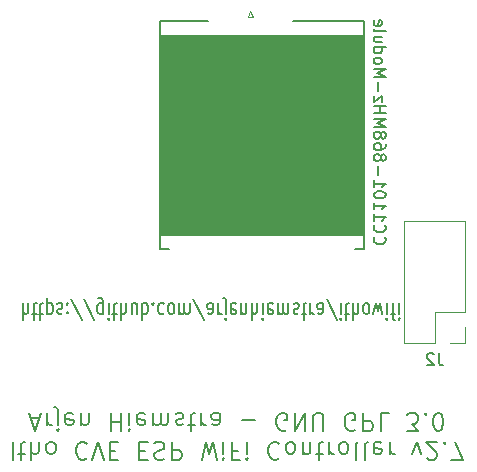
<source format=gbo>
G04 #@! TF.GenerationSoftware,KiCad,Pcbnew,(5.1.9-0-10_14)*
G04 #@! TF.CreationDate,2021-06-21T08:57:09+02:00*
G04 #@! TF.ProjectId,ithowifi_4l,6974686f-7769-4666-995f-346c2e6b6963,rev?*
G04 #@! TF.SameCoordinates,Original*
G04 #@! TF.FileFunction,Legend,Bot*
G04 #@! TF.FilePolarity,Positive*
%FSLAX46Y46*%
G04 Gerber Fmt 4.6, Leading zero omitted, Abs format (unit mm)*
G04 Created by KiCad (PCBNEW (5.1.9-0-10_14)) date 2021-06-21 08:57:09*
%MOMM*%
%LPD*%
G01*
G04 APERTURE LIST*
%ADD10C,0.100000*%
%ADD11C,0.200000*%
%ADD12C,0.150000*%
%ADD13C,0.120000*%
G04 APERTURE END LIST*
D10*
G36*
X114808000Y-129997200D02*
G01*
X97561400Y-129997200D01*
X97536000Y-113030000D01*
X114808000Y-113030000D01*
X114808000Y-129997200D01*
G37*
X114808000Y-129997200D02*
X97561400Y-129997200D01*
X97536000Y-113030000D01*
X114808000Y-113030000D01*
X114808000Y-129997200D01*
D11*
X85925428Y-135764666D02*
X85925428Y-137164666D01*
X86354000Y-135764666D02*
X86354000Y-136498000D01*
X86306380Y-136631333D01*
X86211142Y-136698000D01*
X86068285Y-136698000D01*
X85973047Y-136631333D01*
X85925428Y-136564666D01*
X86687333Y-136698000D02*
X87068285Y-136698000D01*
X86830190Y-137164666D02*
X86830190Y-135964666D01*
X86877809Y-135831333D01*
X86973047Y-135764666D01*
X87068285Y-135764666D01*
X87258761Y-136698000D02*
X87639714Y-136698000D01*
X87401619Y-137164666D02*
X87401619Y-135964666D01*
X87449238Y-135831333D01*
X87544476Y-135764666D01*
X87639714Y-135764666D01*
X87973047Y-136698000D02*
X87973047Y-135298000D01*
X87973047Y-136631333D02*
X88068285Y-136698000D01*
X88258761Y-136698000D01*
X88354000Y-136631333D01*
X88401619Y-136564666D01*
X88449238Y-136431333D01*
X88449238Y-136031333D01*
X88401619Y-135898000D01*
X88354000Y-135831333D01*
X88258761Y-135764666D01*
X88068285Y-135764666D01*
X87973047Y-135831333D01*
X88830190Y-135831333D02*
X88925428Y-135764666D01*
X89115904Y-135764666D01*
X89211142Y-135831333D01*
X89258761Y-135964666D01*
X89258761Y-136031333D01*
X89211142Y-136164666D01*
X89115904Y-136231333D01*
X88973047Y-136231333D01*
X88877809Y-136298000D01*
X88830190Y-136431333D01*
X88830190Y-136498000D01*
X88877809Y-136631333D01*
X88973047Y-136698000D01*
X89115904Y-136698000D01*
X89211142Y-136631333D01*
X89687333Y-135898000D02*
X89734952Y-135831333D01*
X89687333Y-135764666D01*
X89639714Y-135831333D01*
X89687333Y-135898000D01*
X89687333Y-135764666D01*
X89687333Y-136631333D02*
X89734952Y-136564666D01*
X89687333Y-136498000D01*
X89639714Y-136564666D01*
X89687333Y-136631333D01*
X89687333Y-136498000D01*
X90877809Y-137231333D02*
X90020666Y-135431333D01*
X91925428Y-137231333D02*
X91068285Y-135431333D01*
X92687333Y-136698000D02*
X92687333Y-135564666D01*
X92639714Y-135431333D01*
X92592095Y-135364666D01*
X92496857Y-135298000D01*
X92354000Y-135298000D01*
X92258761Y-135364666D01*
X92687333Y-135831333D02*
X92592095Y-135764666D01*
X92401619Y-135764666D01*
X92306380Y-135831333D01*
X92258761Y-135898000D01*
X92211142Y-136031333D01*
X92211142Y-136431333D01*
X92258761Y-136564666D01*
X92306380Y-136631333D01*
X92401619Y-136698000D01*
X92592095Y-136698000D01*
X92687333Y-136631333D01*
X93163523Y-135764666D02*
X93163523Y-136698000D01*
X93163523Y-137164666D02*
X93115904Y-137098000D01*
X93163523Y-137031333D01*
X93211142Y-137098000D01*
X93163523Y-137164666D01*
X93163523Y-137031333D01*
X93496857Y-136698000D02*
X93877809Y-136698000D01*
X93639714Y-137164666D02*
X93639714Y-135964666D01*
X93687333Y-135831333D01*
X93782571Y-135764666D01*
X93877809Y-135764666D01*
X94211142Y-135764666D02*
X94211142Y-137164666D01*
X94639714Y-135764666D02*
X94639714Y-136498000D01*
X94592095Y-136631333D01*
X94496857Y-136698000D01*
X94354000Y-136698000D01*
X94258761Y-136631333D01*
X94211142Y-136564666D01*
X95544476Y-136698000D02*
X95544476Y-135764666D01*
X95115904Y-136698000D02*
X95115904Y-135964666D01*
X95163523Y-135831333D01*
X95258761Y-135764666D01*
X95401619Y-135764666D01*
X95496857Y-135831333D01*
X95544476Y-135898000D01*
X96020666Y-135764666D02*
X96020666Y-137164666D01*
X96020666Y-136631333D02*
X96115904Y-136698000D01*
X96306380Y-136698000D01*
X96401619Y-136631333D01*
X96449238Y-136564666D01*
X96496857Y-136431333D01*
X96496857Y-136031333D01*
X96449238Y-135898000D01*
X96401619Y-135831333D01*
X96306380Y-135764666D01*
X96115904Y-135764666D01*
X96020666Y-135831333D01*
X96925428Y-135898000D02*
X96973047Y-135831333D01*
X96925428Y-135764666D01*
X96877809Y-135831333D01*
X96925428Y-135898000D01*
X96925428Y-135764666D01*
X97830190Y-135831333D02*
X97734952Y-135764666D01*
X97544476Y-135764666D01*
X97449238Y-135831333D01*
X97401619Y-135898000D01*
X97354000Y-136031333D01*
X97354000Y-136431333D01*
X97401619Y-136564666D01*
X97449238Y-136631333D01*
X97544476Y-136698000D01*
X97734952Y-136698000D01*
X97830190Y-136631333D01*
X98401619Y-135764666D02*
X98306380Y-135831333D01*
X98258761Y-135898000D01*
X98211142Y-136031333D01*
X98211142Y-136431333D01*
X98258761Y-136564666D01*
X98306380Y-136631333D01*
X98401619Y-136698000D01*
X98544476Y-136698000D01*
X98639714Y-136631333D01*
X98687333Y-136564666D01*
X98734952Y-136431333D01*
X98734952Y-136031333D01*
X98687333Y-135898000D01*
X98639714Y-135831333D01*
X98544476Y-135764666D01*
X98401619Y-135764666D01*
X99163523Y-135764666D02*
X99163523Y-136698000D01*
X99163523Y-136564666D02*
X99211142Y-136631333D01*
X99306380Y-136698000D01*
X99449238Y-136698000D01*
X99544476Y-136631333D01*
X99592095Y-136498000D01*
X99592095Y-135764666D01*
X99592095Y-136498000D02*
X99639714Y-136631333D01*
X99734952Y-136698000D01*
X99877809Y-136698000D01*
X99973047Y-136631333D01*
X100020666Y-136498000D01*
X100020666Y-135764666D01*
X101211142Y-137231333D02*
X100354000Y-135431333D01*
X101973047Y-135764666D02*
X101973047Y-136498000D01*
X101925428Y-136631333D01*
X101830190Y-136698000D01*
X101639714Y-136698000D01*
X101544476Y-136631333D01*
X101973047Y-135831333D02*
X101877809Y-135764666D01*
X101639714Y-135764666D01*
X101544476Y-135831333D01*
X101496857Y-135964666D01*
X101496857Y-136098000D01*
X101544476Y-136231333D01*
X101639714Y-136298000D01*
X101877809Y-136298000D01*
X101973047Y-136364666D01*
X102449238Y-135764666D02*
X102449238Y-136698000D01*
X102449238Y-136431333D02*
X102496857Y-136564666D01*
X102544476Y-136631333D01*
X102639714Y-136698000D01*
X102734952Y-136698000D01*
X103068285Y-136698000D02*
X103068285Y-135498000D01*
X103020666Y-135364666D01*
X102925428Y-135298000D01*
X102877809Y-135298000D01*
X103068285Y-137164666D02*
X103020666Y-137098000D01*
X103068285Y-137031333D01*
X103115904Y-137098000D01*
X103068285Y-137164666D01*
X103068285Y-137031333D01*
X103925428Y-135831333D02*
X103830190Y-135764666D01*
X103639714Y-135764666D01*
X103544476Y-135831333D01*
X103496857Y-135964666D01*
X103496857Y-136498000D01*
X103544476Y-136631333D01*
X103639714Y-136698000D01*
X103830190Y-136698000D01*
X103925428Y-136631333D01*
X103973047Y-136498000D01*
X103973047Y-136364666D01*
X103496857Y-136231333D01*
X104401619Y-136698000D02*
X104401619Y-135764666D01*
X104401619Y-136564666D02*
X104449238Y-136631333D01*
X104544476Y-136698000D01*
X104687333Y-136698000D01*
X104782571Y-136631333D01*
X104830190Y-136498000D01*
X104830190Y-135764666D01*
X105306380Y-135764666D02*
X105306380Y-137164666D01*
X105734952Y-135764666D02*
X105734952Y-136498000D01*
X105687333Y-136631333D01*
X105592095Y-136698000D01*
X105449238Y-136698000D01*
X105354000Y-136631333D01*
X105306380Y-136564666D01*
X106211142Y-135764666D02*
X106211142Y-136698000D01*
X106211142Y-137164666D02*
X106163523Y-137098000D01*
X106211142Y-137031333D01*
X106258761Y-137098000D01*
X106211142Y-137164666D01*
X106211142Y-137031333D01*
X107068285Y-135831333D02*
X106973047Y-135764666D01*
X106782571Y-135764666D01*
X106687333Y-135831333D01*
X106639714Y-135964666D01*
X106639714Y-136498000D01*
X106687333Y-136631333D01*
X106782571Y-136698000D01*
X106973047Y-136698000D01*
X107068285Y-136631333D01*
X107115904Y-136498000D01*
X107115904Y-136364666D01*
X106639714Y-136231333D01*
X107544476Y-135764666D02*
X107544476Y-136698000D01*
X107544476Y-136564666D02*
X107592095Y-136631333D01*
X107687333Y-136698000D01*
X107830190Y-136698000D01*
X107925428Y-136631333D01*
X107973047Y-136498000D01*
X107973047Y-135764666D01*
X107973047Y-136498000D02*
X108020666Y-136631333D01*
X108115904Y-136698000D01*
X108258761Y-136698000D01*
X108353999Y-136631333D01*
X108401619Y-136498000D01*
X108401619Y-135764666D01*
X108830190Y-135831333D02*
X108925428Y-135764666D01*
X109115904Y-135764666D01*
X109211142Y-135831333D01*
X109258761Y-135964666D01*
X109258761Y-136031333D01*
X109211142Y-136164666D01*
X109115904Y-136231333D01*
X108973047Y-136231333D01*
X108877809Y-136298000D01*
X108830190Y-136431333D01*
X108830190Y-136498000D01*
X108877809Y-136631333D01*
X108973047Y-136698000D01*
X109115904Y-136698000D01*
X109211142Y-136631333D01*
X109544476Y-136698000D02*
X109925428Y-136698000D01*
X109687333Y-137164666D02*
X109687333Y-135964666D01*
X109734952Y-135831333D01*
X109830190Y-135764666D01*
X109925428Y-135764666D01*
X110258761Y-135764666D02*
X110258761Y-136698000D01*
X110258761Y-136431333D02*
X110306380Y-136564666D01*
X110353999Y-136631333D01*
X110449238Y-136698000D01*
X110544476Y-136698000D01*
X111306380Y-135764666D02*
X111306380Y-136498000D01*
X111258761Y-136631333D01*
X111163523Y-136698000D01*
X110973047Y-136698000D01*
X110877809Y-136631333D01*
X111306380Y-135831333D02*
X111211142Y-135764666D01*
X110973047Y-135764666D01*
X110877809Y-135831333D01*
X110830190Y-135964666D01*
X110830190Y-136098000D01*
X110877809Y-136231333D01*
X110973047Y-136298000D01*
X111211142Y-136298000D01*
X111306380Y-136364666D01*
X112496857Y-137231333D02*
X111639714Y-135431333D01*
X112830190Y-135764666D02*
X112830190Y-136698000D01*
X112830190Y-137164666D02*
X112782571Y-137098000D01*
X112830190Y-137031333D01*
X112877809Y-137098000D01*
X112830190Y-137164666D01*
X112830190Y-137031333D01*
X113163523Y-136698000D02*
X113544476Y-136698000D01*
X113306380Y-137164666D02*
X113306380Y-135964666D01*
X113353999Y-135831333D01*
X113449238Y-135764666D01*
X113544476Y-135764666D01*
X113877809Y-135764666D02*
X113877809Y-137164666D01*
X114306380Y-135764666D02*
X114306380Y-136498000D01*
X114258761Y-136631333D01*
X114163523Y-136698000D01*
X114020666Y-136698000D01*
X113925428Y-136631333D01*
X113877809Y-136564666D01*
X114925428Y-135764666D02*
X114830190Y-135831333D01*
X114782571Y-135898000D01*
X114734952Y-136031333D01*
X114734952Y-136431333D01*
X114782571Y-136564666D01*
X114830190Y-136631333D01*
X114925428Y-136698000D01*
X115068285Y-136698000D01*
X115163523Y-136631333D01*
X115211142Y-136564666D01*
X115258761Y-136431333D01*
X115258761Y-136031333D01*
X115211142Y-135898000D01*
X115163523Y-135831333D01*
X115068285Y-135764666D01*
X114925428Y-135764666D01*
X115592095Y-136698000D02*
X115782571Y-135764666D01*
X115973047Y-136431333D01*
X116163523Y-135764666D01*
X116353999Y-136698000D01*
X116734952Y-135764666D02*
X116734952Y-136698000D01*
X116734952Y-137164666D02*
X116687333Y-137098000D01*
X116734952Y-137031333D01*
X116782571Y-137098000D01*
X116734952Y-137164666D01*
X116734952Y-137031333D01*
X117068285Y-136698000D02*
X117449238Y-136698000D01*
X117211142Y-135764666D02*
X117211142Y-136964666D01*
X117258761Y-137098000D01*
X117353999Y-137164666D01*
X117449238Y-137164666D01*
X117782571Y-135764666D02*
X117782571Y-136698000D01*
X117782571Y-137164666D02*
X117734952Y-137098000D01*
X117782571Y-137031333D01*
X117830190Y-137098000D01*
X117782571Y-137164666D01*
X117782571Y-137031333D01*
X85038400Y-147510828D02*
X85038400Y-149010828D01*
X85538400Y-148510828D02*
X86109828Y-148510828D01*
X85752685Y-149010828D02*
X85752685Y-147725114D01*
X85824114Y-147582257D01*
X85966971Y-147510828D01*
X86109828Y-147510828D01*
X86609828Y-147510828D02*
X86609828Y-149010828D01*
X87252685Y-147510828D02*
X87252685Y-148296542D01*
X87181257Y-148439400D01*
X87038400Y-148510828D01*
X86824114Y-148510828D01*
X86681257Y-148439400D01*
X86609828Y-148367971D01*
X88181257Y-147510828D02*
X88038400Y-147582257D01*
X87966971Y-147653685D01*
X87895542Y-147796542D01*
X87895542Y-148225114D01*
X87966971Y-148367971D01*
X88038400Y-148439400D01*
X88181257Y-148510828D01*
X88395542Y-148510828D01*
X88538400Y-148439400D01*
X88609828Y-148367971D01*
X88681257Y-148225114D01*
X88681257Y-147796542D01*
X88609828Y-147653685D01*
X88538400Y-147582257D01*
X88395542Y-147510828D01*
X88181257Y-147510828D01*
X91324114Y-147653685D02*
X91252685Y-147582257D01*
X91038400Y-147510828D01*
X90895542Y-147510828D01*
X90681257Y-147582257D01*
X90538400Y-147725114D01*
X90466971Y-147867971D01*
X90395542Y-148153685D01*
X90395542Y-148367971D01*
X90466971Y-148653685D01*
X90538400Y-148796542D01*
X90681257Y-148939400D01*
X90895542Y-149010828D01*
X91038400Y-149010828D01*
X91252685Y-148939400D01*
X91324114Y-148867971D01*
X91752685Y-149010828D02*
X92252685Y-147510828D01*
X92752685Y-149010828D01*
X93252685Y-148296542D02*
X93752685Y-148296542D01*
X93966971Y-147510828D02*
X93252685Y-147510828D01*
X93252685Y-149010828D01*
X93966971Y-149010828D01*
X95752685Y-148296542D02*
X96252685Y-148296542D01*
X96466971Y-147510828D02*
X95752685Y-147510828D01*
X95752685Y-149010828D01*
X96466971Y-149010828D01*
X97038400Y-147582257D02*
X97252685Y-147510828D01*
X97609828Y-147510828D01*
X97752685Y-147582257D01*
X97824114Y-147653685D01*
X97895542Y-147796542D01*
X97895542Y-147939400D01*
X97824114Y-148082257D01*
X97752685Y-148153685D01*
X97609828Y-148225114D01*
X97324114Y-148296542D01*
X97181257Y-148367971D01*
X97109828Y-148439400D01*
X97038400Y-148582257D01*
X97038400Y-148725114D01*
X97109828Y-148867971D01*
X97181257Y-148939400D01*
X97324114Y-149010828D01*
X97681257Y-149010828D01*
X97895542Y-148939400D01*
X98538400Y-147510828D02*
X98538400Y-149010828D01*
X99109828Y-149010828D01*
X99252685Y-148939400D01*
X99324114Y-148867971D01*
X99395542Y-148725114D01*
X99395542Y-148510828D01*
X99324114Y-148367971D01*
X99252685Y-148296542D01*
X99109828Y-148225114D01*
X98538400Y-148225114D01*
X101038400Y-149010828D02*
X101395542Y-147510828D01*
X101681257Y-148582257D01*
X101966971Y-147510828D01*
X102324114Y-149010828D01*
X102895542Y-147510828D02*
X102895542Y-148510828D01*
X102895542Y-149010828D02*
X102824114Y-148939400D01*
X102895542Y-148867971D01*
X102966971Y-148939400D01*
X102895542Y-149010828D01*
X102895542Y-148867971D01*
X104109828Y-148296542D02*
X103609828Y-148296542D01*
X103609828Y-147510828D02*
X103609828Y-149010828D01*
X104324114Y-149010828D01*
X104895542Y-147510828D02*
X104895542Y-148510828D01*
X104895542Y-149010828D02*
X104824114Y-148939400D01*
X104895542Y-148867971D01*
X104966971Y-148939400D01*
X104895542Y-149010828D01*
X104895542Y-148867971D01*
X107609828Y-147653685D02*
X107538400Y-147582257D01*
X107324114Y-147510828D01*
X107181257Y-147510828D01*
X106966971Y-147582257D01*
X106824114Y-147725114D01*
X106752685Y-147867971D01*
X106681257Y-148153685D01*
X106681257Y-148367971D01*
X106752685Y-148653685D01*
X106824114Y-148796542D01*
X106966971Y-148939400D01*
X107181257Y-149010828D01*
X107324114Y-149010828D01*
X107538400Y-148939400D01*
X107609828Y-148867971D01*
X108466971Y-147510828D02*
X108324114Y-147582257D01*
X108252685Y-147653685D01*
X108181257Y-147796542D01*
X108181257Y-148225114D01*
X108252685Y-148367971D01*
X108324114Y-148439400D01*
X108466971Y-148510828D01*
X108681257Y-148510828D01*
X108824114Y-148439400D01*
X108895542Y-148367971D01*
X108966971Y-148225114D01*
X108966971Y-147796542D01*
X108895542Y-147653685D01*
X108824114Y-147582257D01*
X108681257Y-147510828D01*
X108466971Y-147510828D01*
X109609828Y-148510828D02*
X109609828Y-147510828D01*
X109609828Y-148367971D02*
X109681257Y-148439400D01*
X109824114Y-148510828D01*
X110038400Y-148510828D01*
X110181257Y-148439400D01*
X110252685Y-148296542D01*
X110252685Y-147510828D01*
X110752685Y-148510828D02*
X111324114Y-148510828D01*
X110966971Y-149010828D02*
X110966971Y-147725114D01*
X111038400Y-147582257D01*
X111181257Y-147510828D01*
X111324114Y-147510828D01*
X111824114Y-147510828D02*
X111824114Y-148510828D01*
X111824114Y-148225114D02*
X111895542Y-148367971D01*
X111966971Y-148439400D01*
X112109828Y-148510828D01*
X112252685Y-148510828D01*
X112966971Y-147510828D02*
X112824114Y-147582257D01*
X112752685Y-147653685D01*
X112681257Y-147796542D01*
X112681257Y-148225114D01*
X112752685Y-148367971D01*
X112824114Y-148439400D01*
X112966971Y-148510828D01*
X113181257Y-148510828D01*
X113324114Y-148439400D01*
X113395542Y-148367971D01*
X113466971Y-148225114D01*
X113466971Y-147796542D01*
X113395542Y-147653685D01*
X113324114Y-147582257D01*
X113181257Y-147510828D01*
X112966971Y-147510828D01*
X114324114Y-147510828D02*
X114181257Y-147582257D01*
X114109828Y-147725114D01*
X114109828Y-149010828D01*
X115109828Y-147510828D02*
X114966971Y-147582257D01*
X114895542Y-147725114D01*
X114895542Y-149010828D01*
X116252685Y-147582257D02*
X116109828Y-147510828D01*
X115824114Y-147510828D01*
X115681257Y-147582257D01*
X115609828Y-147725114D01*
X115609828Y-148296542D01*
X115681257Y-148439400D01*
X115824114Y-148510828D01*
X116109828Y-148510828D01*
X116252685Y-148439400D01*
X116324114Y-148296542D01*
X116324114Y-148153685D01*
X115609828Y-148010828D01*
X116966971Y-147510828D02*
X116966971Y-148510828D01*
X116966971Y-148225114D02*
X117038400Y-148367971D01*
X117109828Y-148439400D01*
X117252685Y-148510828D01*
X117395542Y-148510828D01*
X118895542Y-148510828D02*
X119252685Y-147510828D01*
X119609828Y-148510828D01*
X120109828Y-148867971D02*
X120181257Y-148939400D01*
X120324114Y-149010828D01*
X120681257Y-149010828D01*
X120824114Y-148939400D01*
X120895542Y-148867971D01*
X120966971Y-148725114D01*
X120966971Y-148582257D01*
X120895542Y-148367971D01*
X120038400Y-147510828D01*
X120966971Y-147510828D01*
X121609828Y-147653685D02*
X121681257Y-147582257D01*
X121609828Y-147510828D01*
X121538400Y-147582257D01*
X121609828Y-147653685D01*
X121609828Y-147510828D01*
X122181257Y-149010828D02*
X123181257Y-149010828D01*
X122538400Y-147510828D01*
X86574114Y-145489400D02*
X87288400Y-145489400D01*
X86431257Y-145060828D02*
X86931257Y-146560828D01*
X87431257Y-145060828D01*
X87931257Y-145060828D02*
X87931257Y-146060828D01*
X87931257Y-145775114D02*
X88002685Y-145917971D01*
X88074114Y-145989400D01*
X88216971Y-146060828D01*
X88359828Y-146060828D01*
X88859828Y-146060828D02*
X88859828Y-144775114D01*
X88788400Y-144632257D01*
X88645542Y-144560828D01*
X88574114Y-144560828D01*
X88859828Y-146560828D02*
X88788400Y-146489400D01*
X88859828Y-146417971D01*
X88931257Y-146489400D01*
X88859828Y-146560828D01*
X88859828Y-146417971D01*
X90145542Y-145132257D02*
X90002685Y-145060828D01*
X89716971Y-145060828D01*
X89574114Y-145132257D01*
X89502685Y-145275114D01*
X89502685Y-145846542D01*
X89574114Y-145989400D01*
X89716971Y-146060828D01*
X90002685Y-146060828D01*
X90145542Y-145989400D01*
X90216971Y-145846542D01*
X90216971Y-145703685D01*
X89502685Y-145560828D01*
X90859828Y-146060828D02*
X90859828Y-145060828D01*
X90859828Y-145917971D02*
X90931257Y-145989400D01*
X91074114Y-146060828D01*
X91288400Y-146060828D01*
X91431257Y-145989400D01*
X91502685Y-145846542D01*
X91502685Y-145060828D01*
X93359828Y-145060828D02*
X93359828Y-146560828D01*
X93359828Y-145846542D02*
X94216971Y-145846542D01*
X94216971Y-145060828D02*
X94216971Y-146560828D01*
X94931257Y-145060828D02*
X94931257Y-146060828D01*
X94931257Y-146560828D02*
X94859828Y-146489400D01*
X94931257Y-146417971D01*
X95002685Y-146489400D01*
X94931257Y-146560828D01*
X94931257Y-146417971D01*
X96216971Y-145132257D02*
X96074114Y-145060828D01*
X95788400Y-145060828D01*
X95645542Y-145132257D01*
X95574114Y-145275114D01*
X95574114Y-145846542D01*
X95645542Y-145989400D01*
X95788400Y-146060828D01*
X96074114Y-146060828D01*
X96216971Y-145989400D01*
X96288400Y-145846542D01*
X96288400Y-145703685D01*
X95574114Y-145560828D01*
X96931257Y-145060828D02*
X96931257Y-146060828D01*
X96931257Y-145917971D02*
X97002685Y-145989400D01*
X97145542Y-146060828D01*
X97359828Y-146060828D01*
X97502685Y-145989400D01*
X97574114Y-145846542D01*
X97574114Y-145060828D01*
X97574114Y-145846542D02*
X97645542Y-145989400D01*
X97788400Y-146060828D01*
X98002685Y-146060828D01*
X98145542Y-145989400D01*
X98216971Y-145846542D01*
X98216971Y-145060828D01*
X98859828Y-145132257D02*
X99002685Y-145060828D01*
X99288400Y-145060828D01*
X99431257Y-145132257D01*
X99502685Y-145275114D01*
X99502685Y-145346542D01*
X99431257Y-145489400D01*
X99288400Y-145560828D01*
X99074114Y-145560828D01*
X98931257Y-145632257D01*
X98859828Y-145775114D01*
X98859828Y-145846542D01*
X98931257Y-145989400D01*
X99074114Y-146060828D01*
X99288400Y-146060828D01*
X99431257Y-145989400D01*
X99931257Y-146060828D02*
X100502685Y-146060828D01*
X100145542Y-146560828D02*
X100145542Y-145275114D01*
X100216971Y-145132257D01*
X100359828Y-145060828D01*
X100502685Y-145060828D01*
X101002685Y-145060828D02*
X101002685Y-146060828D01*
X101002685Y-145775114D02*
X101074114Y-145917971D01*
X101145542Y-145989400D01*
X101288400Y-146060828D01*
X101431257Y-146060828D01*
X102574114Y-145060828D02*
X102574114Y-145846542D01*
X102502685Y-145989400D01*
X102359828Y-146060828D01*
X102074114Y-146060828D01*
X101931257Y-145989400D01*
X102574114Y-145132257D02*
X102431257Y-145060828D01*
X102074114Y-145060828D01*
X101931257Y-145132257D01*
X101859828Y-145275114D01*
X101859828Y-145417971D01*
X101931257Y-145560828D01*
X102074114Y-145632257D01*
X102431257Y-145632257D01*
X102574114Y-145703685D01*
X104431257Y-145632257D02*
X105574114Y-145632257D01*
X108216971Y-146489400D02*
X108074114Y-146560828D01*
X107859828Y-146560828D01*
X107645542Y-146489400D01*
X107502685Y-146346542D01*
X107431257Y-146203685D01*
X107359828Y-145917971D01*
X107359828Y-145703685D01*
X107431257Y-145417971D01*
X107502685Y-145275114D01*
X107645542Y-145132257D01*
X107859828Y-145060828D01*
X108002685Y-145060828D01*
X108216971Y-145132257D01*
X108288400Y-145203685D01*
X108288400Y-145703685D01*
X108002685Y-145703685D01*
X108931257Y-145060828D02*
X108931257Y-146560828D01*
X109788400Y-145060828D01*
X109788400Y-146560828D01*
X110502685Y-146560828D02*
X110502685Y-145346542D01*
X110574114Y-145203685D01*
X110645542Y-145132257D01*
X110788400Y-145060828D01*
X111074114Y-145060828D01*
X111216971Y-145132257D01*
X111288400Y-145203685D01*
X111359828Y-145346542D01*
X111359828Y-146560828D01*
X114002685Y-146489400D02*
X113859828Y-146560828D01*
X113645542Y-146560828D01*
X113431257Y-146489400D01*
X113288400Y-146346542D01*
X113216971Y-146203685D01*
X113145542Y-145917971D01*
X113145542Y-145703685D01*
X113216971Y-145417971D01*
X113288400Y-145275114D01*
X113431257Y-145132257D01*
X113645542Y-145060828D01*
X113788400Y-145060828D01*
X114002685Y-145132257D01*
X114074114Y-145203685D01*
X114074114Y-145703685D01*
X113788400Y-145703685D01*
X114716971Y-145060828D02*
X114716971Y-146560828D01*
X115288400Y-146560828D01*
X115431257Y-146489400D01*
X115502685Y-146417971D01*
X115574114Y-146275114D01*
X115574114Y-146060828D01*
X115502685Y-145917971D01*
X115431257Y-145846542D01*
X115288400Y-145775114D01*
X114716971Y-145775114D01*
X116931257Y-145060828D02*
X116216971Y-145060828D01*
X116216971Y-146560828D01*
X118431257Y-146560828D02*
X119359828Y-146560828D01*
X118859828Y-145989400D01*
X119074114Y-145989400D01*
X119216971Y-145917971D01*
X119288400Y-145846542D01*
X119359828Y-145703685D01*
X119359828Y-145346542D01*
X119288400Y-145203685D01*
X119216971Y-145132257D01*
X119074114Y-145060828D01*
X118645542Y-145060828D01*
X118502685Y-145132257D01*
X118431257Y-145203685D01*
X120002685Y-145203685D02*
X120074114Y-145132257D01*
X120002685Y-145060828D01*
X119931257Y-145132257D01*
X120002685Y-145203685D01*
X120002685Y-145060828D01*
X121002685Y-146560828D02*
X121145542Y-146560828D01*
X121288400Y-146489400D01*
X121359828Y-146417971D01*
X121431257Y-146275114D01*
X121502685Y-145989400D01*
X121502685Y-145632257D01*
X121431257Y-145346542D01*
X121359828Y-145203685D01*
X121288400Y-145132257D01*
X121145542Y-145060828D01*
X121002685Y-145060828D01*
X120859828Y-145132257D01*
X120788400Y-145203685D01*
X120716971Y-145346542D01*
X120645542Y-145632257D01*
X120645542Y-145989400D01*
X120716971Y-146275114D01*
X120788400Y-146417971D01*
X120859828Y-146489400D01*
X121002685Y-146560828D01*
D12*
X114822000Y-131189000D02*
X114822000Y-111889000D01*
X114822000Y-111889000D02*
X108797000Y-111889000D01*
X101547000Y-111889000D02*
X97522000Y-111889000D01*
X97522000Y-111889000D02*
X97522000Y-131189000D01*
X97522000Y-131189000D02*
X98272000Y-131189000D01*
X114072000Y-131189000D02*
X114822000Y-131189000D01*
D13*
X104931400Y-111558400D02*
X105181400Y-111058400D01*
X105431400Y-111558400D02*
X104931400Y-111558400D01*
X105181400Y-111058400D02*
X105431400Y-111558400D01*
X118177000Y-139125000D02*
X120777000Y-139125000D01*
X118177000Y-139125000D02*
X118177000Y-128845000D01*
X118177000Y-128845000D02*
X123377000Y-128845000D01*
X123377000Y-136525000D02*
X123377000Y-128845000D01*
X120777000Y-136525000D02*
X123377000Y-136525000D01*
X120777000Y-139125000D02*
X120777000Y-136525000D01*
X123377000Y-139125000D02*
X123377000Y-137795000D01*
X122047000Y-139125000D02*
X123377000Y-139125000D01*
D12*
X115720857Y-130165952D02*
X115673238Y-130213571D01*
X115625619Y-130356428D01*
X115625619Y-130451666D01*
X115673238Y-130594523D01*
X115768476Y-130689761D01*
X115863714Y-130737380D01*
X116054190Y-130785000D01*
X116197047Y-130785000D01*
X116387523Y-130737380D01*
X116482761Y-130689761D01*
X116578000Y-130594523D01*
X116625619Y-130451666D01*
X116625619Y-130356428D01*
X116578000Y-130213571D01*
X116530380Y-130165952D01*
X115720857Y-129165952D02*
X115673238Y-129213571D01*
X115625619Y-129356428D01*
X115625619Y-129451666D01*
X115673238Y-129594523D01*
X115768476Y-129689761D01*
X115863714Y-129737380D01*
X116054190Y-129785000D01*
X116197047Y-129785000D01*
X116387523Y-129737380D01*
X116482761Y-129689761D01*
X116578000Y-129594523D01*
X116625619Y-129451666D01*
X116625619Y-129356428D01*
X116578000Y-129213571D01*
X116530380Y-129165952D01*
X115625619Y-128213571D02*
X115625619Y-128785000D01*
X115625619Y-128499285D02*
X116625619Y-128499285D01*
X116482761Y-128594523D01*
X116387523Y-128689761D01*
X116339904Y-128785000D01*
X115625619Y-127261190D02*
X115625619Y-127832619D01*
X115625619Y-127546904D02*
X116625619Y-127546904D01*
X116482761Y-127642142D01*
X116387523Y-127737380D01*
X116339904Y-127832619D01*
X116625619Y-126642142D02*
X116625619Y-126546904D01*
X116578000Y-126451666D01*
X116530380Y-126404047D01*
X116435142Y-126356428D01*
X116244666Y-126308809D01*
X116006571Y-126308809D01*
X115816095Y-126356428D01*
X115720857Y-126404047D01*
X115673238Y-126451666D01*
X115625619Y-126546904D01*
X115625619Y-126642142D01*
X115673238Y-126737380D01*
X115720857Y-126785000D01*
X115816095Y-126832619D01*
X116006571Y-126880238D01*
X116244666Y-126880238D01*
X116435142Y-126832619D01*
X116530380Y-126785000D01*
X116578000Y-126737380D01*
X116625619Y-126642142D01*
X115625619Y-125356428D02*
X115625619Y-125927857D01*
X115625619Y-125642142D02*
X116625619Y-125642142D01*
X116482761Y-125737380D01*
X116387523Y-125832619D01*
X116339904Y-125927857D01*
X116006571Y-124927857D02*
X116006571Y-124165952D01*
X116197047Y-123546904D02*
X116244666Y-123642142D01*
X116292285Y-123689761D01*
X116387523Y-123737380D01*
X116435142Y-123737380D01*
X116530380Y-123689761D01*
X116578000Y-123642142D01*
X116625619Y-123546904D01*
X116625619Y-123356428D01*
X116578000Y-123261190D01*
X116530380Y-123213571D01*
X116435142Y-123165952D01*
X116387523Y-123165952D01*
X116292285Y-123213571D01*
X116244666Y-123261190D01*
X116197047Y-123356428D01*
X116197047Y-123546904D01*
X116149428Y-123642142D01*
X116101809Y-123689761D01*
X116006571Y-123737380D01*
X115816095Y-123737380D01*
X115720857Y-123689761D01*
X115673238Y-123642142D01*
X115625619Y-123546904D01*
X115625619Y-123356428D01*
X115673238Y-123261190D01*
X115720857Y-123213571D01*
X115816095Y-123165952D01*
X116006571Y-123165952D01*
X116101809Y-123213571D01*
X116149428Y-123261190D01*
X116197047Y-123356428D01*
X116625619Y-122308809D02*
X116625619Y-122499285D01*
X116578000Y-122594523D01*
X116530380Y-122642142D01*
X116387523Y-122737380D01*
X116197047Y-122785000D01*
X115816095Y-122785000D01*
X115720857Y-122737380D01*
X115673238Y-122689761D01*
X115625619Y-122594523D01*
X115625619Y-122404047D01*
X115673238Y-122308809D01*
X115720857Y-122261190D01*
X115816095Y-122213571D01*
X116054190Y-122213571D01*
X116149428Y-122261190D01*
X116197047Y-122308809D01*
X116244666Y-122404047D01*
X116244666Y-122594523D01*
X116197047Y-122689761D01*
X116149428Y-122737380D01*
X116054190Y-122785000D01*
X116197047Y-121642142D02*
X116244666Y-121737380D01*
X116292285Y-121785000D01*
X116387523Y-121832619D01*
X116435142Y-121832619D01*
X116530380Y-121785000D01*
X116578000Y-121737380D01*
X116625619Y-121642142D01*
X116625619Y-121451666D01*
X116578000Y-121356428D01*
X116530380Y-121308809D01*
X116435142Y-121261190D01*
X116387523Y-121261190D01*
X116292285Y-121308809D01*
X116244666Y-121356428D01*
X116197047Y-121451666D01*
X116197047Y-121642142D01*
X116149428Y-121737380D01*
X116101809Y-121785000D01*
X116006571Y-121832619D01*
X115816095Y-121832619D01*
X115720857Y-121785000D01*
X115673238Y-121737380D01*
X115625619Y-121642142D01*
X115625619Y-121451666D01*
X115673238Y-121356428D01*
X115720857Y-121308809D01*
X115816095Y-121261190D01*
X116006571Y-121261190D01*
X116101809Y-121308809D01*
X116149428Y-121356428D01*
X116197047Y-121451666D01*
X115625619Y-120832619D02*
X116625619Y-120832619D01*
X115911333Y-120499285D01*
X116625619Y-120165952D01*
X115625619Y-120165952D01*
X115625619Y-119689761D02*
X116625619Y-119689761D01*
X116149428Y-119689761D02*
X116149428Y-119118333D01*
X115625619Y-119118333D02*
X116625619Y-119118333D01*
X116292285Y-118737380D02*
X116292285Y-118213571D01*
X115625619Y-118737380D01*
X115625619Y-118213571D01*
X116006571Y-117832619D02*
X116006571Y-117070714D01*
X115625619Y-116594523D02*
X116625619Y-116594523D01*
X115911333Y-116261190D01*
X116625619Y-115927857D01*
X115625619Y-115927857D01*
X115625619Y-115308809D02*
X115673238Y-115404047D01*
X115720857Y-115451666D01*
X115816095Y-115499285D01*
X116101809Y-115499285D01*
X116197047Y-115451666D01*
X116244666Y-115404047D01*
X116292285Y-115308809D01*
X116292285Y-115165952D01*
X116244666Y-115070714D01*
X116197047Y-115023095D01*
X116101809Y-114975476D01*
X115816095Y-114975476D01*
X115720857Y-115023095D01*
X115673238Y-115070714D01*
X115625619Y-115165952D01*
X115625619Y-115308809D01*
X115625619Y-114118333D02*
X116625619Y-114118333D01*
X115673238Y-114118333D02*
X115625619Y-114213571D01*
X115625619Y-114404047D01*
X115673238Y-114499285D01*
X115720857Y-114546904D01*
X115816095Y-114594523D01*
X116101809Y-114594523D01*
X116197047Y-114546904D01*
X116244666Y-114499285D01*
X116292285Y-114404047D01*
X116292285Y-114213571D01*
X116244666Y-114118333D01*
X116292285Y-113213571D02*
X115625619Y-113213571D01*
X116292285Y-113642142D02*
X115768476Y-113642142D01*
X115673238Y-113594523D01*
X115625619Y-113499285D01*
X115625619Y-113356428D01*
X115673238Y-113261190D01*
X115720857Y-113213571D01*
X115625619Y-112594523D02*
X115673238Y-112689761D01*
X115768476Y-112737380D01*
X116625619Y-112737380D01*
X115673238Y-111832619D02*
X115625619Y-111927857D01*
X115625619Y-112118333D01*
X115673238Y-112213571D01*
X115768476Y-112261190D01*
X116149428Y-112261190D01*
X116244666Y-112213571D01*
X116292285Y-112118333D01*
X116292285Y-111927857D01*
X116244666Y-111832619D01*
X116149428Y-111785000D01*
X116054190Y-111785000D01*
X115958952Y-112261190D01*
X121110333Y-140017380D02*
X121110333Y-140731666D01*
X121157952Y-140874523D01*
X121253190Y-140969761D01*
X121396047Y-141017380D01*
X121491285Y-141017380D01*
X120681761Y-140112619D02*
X120634142Y-140065000D01*
X120538904Y-140017380D01*
X120300809Y-140017380D01*
X120205571Y-140065000D01*
X120157952Y-140112619D01*
X120110333Y-140207857D01*
X120110333Y-140303095D01*
X120157952Y-140445952D01*
X120729380Y-141017380D01*
X120110333Y-141017380D01*
M02*

</source>
